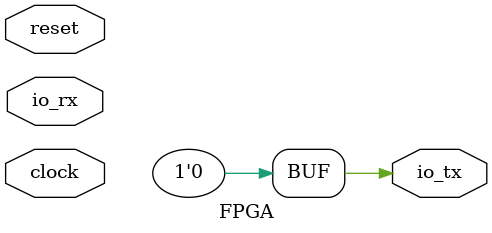
<source format=sv>
`ifndef RANDOMIZE
  `ifdef RANDOMIZE_MEM_INIT
    `define RANDOMIZE
  `endif // RANDOMIZE_MEM_INIT
`endif // not def RANDOMIZE
`ifndef RANDOMIZE
  `ifdef RANDOMIZE_REG_INIT
    `define RANDOMIZE
  `endif // RANDOMIZE_REG_INIT
`endif // not def RANDOMIZE

`ifndef RANDOM
  `define RANDOM $random
`endif // not def RANDOM

// Users can define INIT_RANDOM as general code that gets injected into the
// initializer block for modules with registers.
`ifndef INIT_RANDOM
  `define INIT_RANDOM
`endif // not def INIT_RANDOM

// If using random initialization, you can also define RANDOMIZE_DELAY to
// customize the delay used, otherwise 0.002 is used.
`ifndef RANDOMIZE_DELAY
  `define RANDOMIZE_DELAY 0.002
`endif // not def RANDOMIZE_DELAY

// Define INIT_RANDOM_PROLOG_ for use in our modules below.
`ifndef INIT_RANDOM_PROLOG_
  `ifdef RANDOMIZE
    `ifdef VERILATOR
      `define INIT_RANDOM_PROLOG_ `INIT_RANDOM
    `else  // VERILATOR
      `define INIT_RANDOM_PROLOG_ `INIT_RANDOM #`RANDOMIZE_DELAY begin end
    `endif // VERILATOR
  `else  // RANDOMIZE
    `define INIT_RANDOM_PROLOG_
  `endif // RANDOMIZE
`endif // not def INIT_RANDOM_PROLOG_

// Include register initializers in init blocks unless synthesis is set
`ifndef SYNTHESIS
  `ifndef ENABLE_INITIAL_REG_
    `define ENABLE_INITIAL_REG_
  `endif // not def ENABLE_INITIAL_REG_
`endif // not def SYNTHESIS

// Include rmemory initializers in init blocks unless synthesis is set
`ifndef SYNTHESIS
  `ifndef ENABLE_INITIAL_MEM_
    `define ENABLE_INITIAL_MEM_
  `endif // not def ENABLE_INITIAL_MEM_
`endif // not def SYNTHESIS

// Standard header to adapt well known macros for prints and assertions.

// Users can define 'PRINTF_COND' to add an extra gate to prints.
`ifndef PRINTF_COND_
  `ifdef PRINTF_COND
    `define PRINTF_COND_ (`PRINTF_COND)
  `else  // PRINTF_COND
    `define PRINTF_COND_ 1
  `endif // PRINTF_COND
`endif // not def PRINTF_COND_

// Users can define 'ASSERT_VERBOSE_COND' to add an extra gate to assert error printing.
`ifndef ASSERT_VERBOSE_COND_
  `ifdef ASSERT_VERBOSE_COND
    `define ASSERT_VERBOSE_COND_ (`ASSERT_VERBOSE_COND)
  `else  // ASSERT_VERBOSE_COND
    `define ASSERT_VERBOSE_COND_ 1
  `endif // ASSERT_VERBOSE_COND
`endif // not def ASSERT_VERBOSE_COND_

// Users can define 'STOP_COND' to add an extra gate to stop conditions.
`ifndef STOP_COND_
  `ifdef STOP_COND
    `define STOP_COND_ (`STOP_COND)
  `else  // STOP_COND
    `define STOP_COND_ 1
  `endif // STOP_COND
`endif // not def STOP_COND_

module FPGA(	// @[src/main/scala/npc/FPGA.scala:101:7]
  input  clock,	// @[src/main/scala/npc/FPGA.scala:101:7]
         reset,	// @[src/main/scala/npc/FPGA.scala:101:7]
         io_rx,	// @[src/main/scala/npc/FPGA.scala:104:19]
  output io_tx	// @[src/main/scala/npc/FPGA.scala:104:19]
);

  wire        _uart_io_awready;	// @[src/main/scala/npc/FPGA.scala:109:24]
  wire        _uart_io_wready;	// @[src/main/scala/npc/FPGA.scala:109:24]
  wire        _uart_io_bvalid;	// @[src/main/scala/npc/FPGA.scala:109:24]
  wire [1:0]  _uart_io_bresp;	// @[src/main/scala/npc/FPGA.scala:109:24]
  wire        _uart_io_arready;	// @[src/main/scala/npc/FPGA.scala:109:24]
  wire        _uart_io_rvalid;	// @[src/main/scala/npc/FPGA.scala:109:24]
  wire        _bram_io_awready;	// @[src/main/scala/npc/FPGA.scala:108:24]
  wire        _bram_io_wready;	// @[src/main/scala/npc/FPGA.scala:108:24]
  wire        _bram_io_bvalid;	// @[src/main/scala/npc/FPGA.scala:108:24]
  wire        _bram_io_arready;	// @[src/main/scala/npc/FPGA.scala:108:24]
  wire        _bram_io_rvalid;	// @[src/main/scala/npc/FPGA.scala:108:24]
  wire [31:0] _bram_io_rdata;	// @[src/main/scala/npc/FPGA.scala:108:24]
  wire        _bram_io_rlast;	// @[src/main/scala/npc/FPGA.scala:108:24]
  wire        _clint_io_awready;	// @[src/main/scala/npc/FPGA.scala:106:23]
  wire        _clint_io_wready;	// @[src/main/scala/npc/FPGA.scala:106:23]
  wire        _clint_io_bvalid;	// @[src/main/scala/npc/FPGA.scala:106:23]
  wire        _clint_io_arready;	// @[src/main/scala/npc/FPGA.scala:106:23]
  wire        _clint_io_rvalid;	// @[src/main/scala/npc/FPGA.scala:106:23]
  wire [1:0]  _clint_io_rresp;	// @[src/main/scala/npc/FPGA.scala:106:23]
  wire [31:0] _clint_io_rdata;	// @[src/main/scala/npc/FPGA.scala:106:23]
  wire        _clint_io_rlast;	// @[src/main/scala/npc/FPGA.scala:106:23]
  wire        _rvcpu_io_master_awvalid;	// @[src/main/scala/npc/FPGA.scala:105:23]
  wire [31:0] _rvcpu_io_master_awaddr;	// @[src/main/scala/npc/FPGA.scala:105:23]
  wire        _rvcpu_io_master_wvalid;	// @[src/main/scala/npc/FPGA.scala:105:23]
  wire [31:0] _rvcpu_io_master_wdata;	// @[src/main/scala/npc/FPGA.scala:105:23]
  wire [3:0]  _rvcpu_io_master_wstrb;	// @[src/main/scala/npc/FPGA.scala:105:23]
  wire        _rvcpu_io_master_bready;	// @[src/main/scala/npc/FPGA.scala:105:23]
  wire        _rvcpu_io_master_arvalid;	// @[src/main/scala/npc/FPGA.scala:105:23]
  wire [31:0] _rvcpu_io_master_araddr;	// @[src/main/scala/npc/FPGA.scala:105:23]
  wire        _rvcpu_io_master_rready;	// @[src/main/scala/npc/FPGA.scala:105:23]
  wire [7:0]  _rvcpu_io_master_arlen;	// @[src/main/scala/npc/FPGA.scala:105:23]
  wire        _pll_io_locked;	// @[src/main/scala/npc/FPGA.scala:102:19]
  wire        _pll_io_clk;	// @[src/main/scala/npc/FPGA.scala:102:19]
  wire        _GEN = ~_pll_io_locked | reset;	// @[src/main/scala/npc/FPGA.scala:102:19, :103:{33,48}]
  reg         writeState;	// @[src/main/scala/npc/axi4/AXI4.scala:384:30]
  reg         readState;	// @[src/main/scala/npc/axi4/AXI4.scala:388:30]
  reg  [1:0]  writeOutSelect;	// @[src/main/scala/npc/axi4/AXI4.scala:432:35]
  reg  [1:0]  readOutSelect;	// @[src/main/scala/npc/axi4/AXI4.scala:435:34]
  wire        _GEN_0 = writeOutSelect == 2'h0 & writeState;	// @[src/main/scala/npc/FPGA.scala:105:23, :108:24, src/main/scala/npc/axi4/AXI4.scala:384:30, :432:35, :460:{57,65}]
  wire        _GEN_1 = readOutSelect == 2'h0 & readState;	// @[src/main/scala/npc/FPGA.scala:105:23, :108:24, src/main/scala/npc/axi4/AXI4.scala:388:30, :435:34, :482:{55,63}]
  wire        _GEN_2 = writeOutSelect == 2'h1 & writeState;	// @[src/main/scala/npc/axi4/AXI4.scala:384:30, :432:35, :460:{57,65}]
  wire        _GEN_3 = readOutSelect == 2'h1 & readState;	// @[src/main/scala/npc/axi4/AXI4.scala:388:30, :435:34, :460:57, :482:{55,63}]
  wire        _GEN_4 = writeOutSelect == 2'h2 & writeState;	// @[src/main/scala/npc/FPGA.scala:106:23, :109:24, src/main/scala/npc/axi4/AXI4.scala:384:30, :432:35, :460:{57,65}]
  wire        _GEN_5 =
    _GEN_4 ? _bram_io_bvalid : _GEN_2 ? _uart_io_bvalid : _GEN_0 & _clint_io_bvalid;	// @[src/main/scala/npc/FPGA.scala:106:23, :108:24, :109:24, src/main/scala/npc/axi4/AXI4.scala:452:16, :460:{65,81}, :478:29]
  wire        _GEN_6 = readOutSelect == 2'h2 & readState;	// @[src/main/scala/npc/FPGA.scala:106:23, :109:24, src/main/scala/npc/axi4/AXI4.scala:388:30, :435:34, :482:{55,63}]
  wire        _GEN_7 =
    _GEN_6 ? _bram_io_rvalid : _GEN_3 ? _uart_io_rvalid : _GEN_1 & _clint_io_rvalid;	// @[src/main/scala/npc/FPGA.scala:106:23, :108:24, :109:24, src/main/scala/npc/axi4/AXI4.scala:452:16, :482:{63,79}, :495:29]
  wire        rlast = _GEN_6 ? _bram_io_rlast : _GEN_3 | _GEN_1 & _clint_io_rlast;	// @[src/main/scala/npc/FPGA.scala:106:23, :108:24, src/main/scala/npc/axi4/AXI4.scala:452:16, :482:{63,79}, :498:29]
  always @(posedge _pll_io_clk) begin	// @[src/main/scala/npc/FPGA.scala:102:19]
    if (_GEN) begin	// @[src/main/scala/npc/FPGA.scala:102:19, :103:48]
      writeState <= 1'h0;	// @[src/main/scala/npc/FPGA.scala:101:7, src/main/scala/npc/axi4/AXI4.scala:384:30]
      readState <= 1'h0;	// @[src/main/scala/npc/FPGA.scala:101:7, src/main/scala/npc/axi4/AXI4.scala:388:30]
    end
    else begin	// @[src/main/scala/npc/FPGA.scala:102:19]
      if (writeState)	// @[src/main/scala/npc/axi4/AXI4.scala:384:30]
        writeState <= ~(_GEN_5 & _rvcpu_io_master_bready);	// @[src/main/scala/npc/FPGA.scala:103:33, :105:23, src/main/scala/npc/axi4/AXI4.scala:384:30, :386:34, :407:46, :440:26, :460:81, :478:29]
      else	// @[src/main/scala/npc/axi4/AXI4.scala:384:30]
        writeState <= _rvcpu_io_master_awvalid;	// @[src/main/scala/npc/FPGA.scala:105:23, src/main/scala/npc/axi4/AXI4.scala:384:30]
      if (readState)	// @[src/main/scala/npc/axi4/AXI4.scala:388:30]
        readState <= ~(_GEN_7 & _rvcpu_io_master_rready & rlast);	// @[src/main/scala/npc/FPGA.scala:103:33, :105:23, src/main/scala/npc/axi4/AXI4.scala:386:34, :388:30, :447:{26,33}, :482:79, :495:29, :498:29]
      else	// @[src/main/scala/npc/axi4/AXI4.scala:388:30]
        readState <= _rvcpu_io_master_arvalid;	// @[src/main/scala/npc/FPGA.scala:105:23, src/main/scala/npc/axi4/AXI4.scala:388:30]
    end
    if (writeState) begin	// @[src/main/scala/npc/axi4/AXI4.scala:384:30]
    end
    else	// @[src/main/scala/npc/axi4/AXI4.scala:384:30]
      writeOutSelect <=
        {_rvcpu_io_master_awaddr > 32'hEFFFFFF & _rvcpu_io_master_awaddr < 32'hF100000,
         (|(_rvcpu_io_master_awaddr[31:28])) & _rvcpu_io_master_awaddr < 32'h10001000};	// @[src/main/scala/chisel3/util/Mux.scala:30:73, src/main/scala/npc/FPGA.scala:105:23, src/main/scala/npc/axi4/AXI4.scala:432:35, src/main/scala/npc/dev/Dev.scala:8:{10,19,27}]
    if (readState) begin	// @[src/main/scala/npc/axi4/AXI4.scala:388:30]
    end
    else	// @[src/main/scala/npc/axi4/AXI4.scala:388:30]
      readOutSelect <=
        {_rvcpu_io_master_araddr > 32'hEFFFFFF & _rvcpu_io_master_araddr < 32'hF100000,
         (|(_rvcpu_io_master_araddr[31:28])) & _rvcpu_io_master_araddr < 32'h10001000};	// @[src/main/scala/chisel3/util/Mux.scala:30:73, src/main/scala/npc/FPGA.scala:105:23, src/main/scala/npc/axi4/AXI4.scala:435:34, src/main/scala/npc/dev/Dev.scala:8:{10,19,27}]
  end // always @(posedge)
  `ifdef ENABLE_INITIAL_REG_	// @[src/main/scala/npc/FPGA.scala:101:7]
    `ifdef FIRRTL_BEFORE_INITIAL	// @[src/main/scala/npc/FPGA.scala:101:7]
      `FIRRTL_BEFORE_INITIAL	// @[src/main/scala/npc/FPGA.scala:101:7]
    `endif // FIRRTL_BEFORE_INITIAL
    logic [31:0] _RANDOM[0:0];	// @[src/main/scala/npc/FPGA.scala:101:7]
    initial begin	// @[src/main/scala/npc/FPGA.scala:101:7]
      `ifdef INIT_RANDOM_PROLOG_	// @[src/main/scala/npc/FPGA.scala:101:7]
        `INIT_RANDOM_PROLOG_	// @[src/main/scala/npc/FPGA.scala:101:7]
      `endif // INIT_RANDOM_PROLOG_
      `ifdef RANDOMIZE_REG_INIT	// @[src/main/scala/npc/FPGA.scala:101:7]
        _RANDOM[/*Zero width*/ 1'b0] = `RANDOM;	// @[src/main/scala/npc/FPGA.scala:101:7]
        writeState = _RANDOM[/*Zero width*/ 1'b0][0];	// @[src/main/scala/npc/FPGA.scala:101:7, src/main/scala/npc/axi4/AXI4.scala:384:30]
        readState = _RANDOM[/*Zero width*/ 1'b0][1];	// @[src/main/scala/npc/FPGA.scala:101:7, src/main/scala/npc/axi4/AXI4.scala:384:30, :388:30]
        writeOutSelect = _RANDOM[/*Zero width*/ 1'b0][5:4];	// @[src/main/scala/npc/FPGA.scala:101:7, src/main/scala/npc/axi4/AXI4.scala:384:30, :432:35]
        readOutSelect = _RANDOM[/*Zero width*/ 1'b0][7:6];	// @[src/main/scala/npc/FPGA.scala:101:7, src/main/scala/npc/axi4/AXI4.scala:384:30, :435:34]
      `endif // RANDOMIZE_REG_INIT
    end // initial
    `ifdef FIRRTL_AFTER_INITIAL	// @[src/main/scala/npc/FPGA.scala:101:7]
      `FIRRTL_AFTER_INITIAL	// @[src/main/scala/npc/FPGA.scala:101:7]
    `endif // FIRRTL_AFTER_INITIAL
  `endif // ENABLE_INITIAL_REG_
  PLL_IP pll (	// @[src/main/scala/npc/FPGA.scala:102:19]
    .clock     (clock),
    .reset     (reset),
    .io_locked (_pll_io_locked),
    .io_clk    (_pll_io_clk)
  );
  FPGA_RVCPU rvcpu (	// @[src/main/scala/npc/FPGA.scala:105:23]
    .clock             (_pll_io_clk),	// @[src/main/scala/npc/FPGA.scala:102:19]
    .reset             (_GEN),	// @[src/main/scala/npc/FPGA.scala:103:48]
    .io_master_awready
      (_GEN_4
         ? _bram_io_awready
         : _GEN_2 ? _uart_io_awready : _GEN_0 & _clint_io_awready),	// @[src/main/scala/npc/FPGA.scala:106:23, :108:24, :109:24, src/main/scala/npc/axi4/AXI4.scala:452:16, :460:{65,81}, :461:29]
    .io_master_awvalid (_rvcpu_io_master_awvalid),
    .io_master_awaddr  (_rvcpu_io_master_awaddr),
    .io_master_wready
      (_GEN_4 ? _bram_io_wready : _GEN_2 ? _uart_io_wready : _GEN_0 & _clint_io_wready),	// @[src/main/scala/npc/FPGA.scala:106:23, :108:24, :109:24, src/main/scala/npc/axi4/AXI4.scala:452:16, :460:{65,81}, :472:29]
    .io_master_wvalid  (_rvcpu_io_master_wvalid),
    .io_master_wdata   (_rvcpu_io_master_wdata),
    .io_master_wstrb   (_rvcpu_io_master_wstrb),
    .io_master_bready  (_rvcpu_io_master_bready),
    .io_master_bvalid  (_GEN_5),	// @[src/main/scala/npc/axi4/AXI4.scala:460:81, :478:29]
    .io_master_bresp   (_GEN_4 ? 2'h0 : _GEN_2 ? _uart_io_bresp : {_GEN_0, 1'h0}),	// @[src/main/scala/npc/FPGA.scala:101:7, :105:23, :108:24, :109:24, src/main/scala/npc/axi4/AXI4.scala:452:16, :460:{65,81}, :479:29]
    .io_master_arready
      (_GEN_6
         ? _bram_io_arready
         : _GEN_3 ? _uart_io_arready : _GEN_1 & _clint_io_arready),	// @[src/main/scala/npc/FPGA.scala:106:23, :108:24, :109:24, src/main/scala/npc/axi4/AXI4.scala:452:16, :482:{63,79}, :483:29]
    .io_master_arvalid (_rvcpu_io_master_arvalid),
    .io_master_araddr  (_rvcpu_io_master_araddr),
    .io_master_rready  (_rvcpu_io_master_rready),
    .io_master_rvalid  (_GEN_7),	// @[src/main/scala/npc/axi4/AXI4.scala:482:79, :495:29]
    .io_master_rresp   (_GEN_6 ? 2'h0 : _GEN_3 ? 2'h2 : _GEN_1 ? _clint_io_rresp : 2'h0),	// @[src/main/scala/npc/FPGA.scala:105:23, :106:23, :108:24, :109:24, src/main/scala/npc/axi4/AXI4.scala:452:16, :482:{63,79}, :496:29]
    .io_master_rdata
      (_GEN_6 ? _bram_io_rdata : _GEN_3 | ~_GEN_1 ? 32'h0 : _clint_io_rdata),	// @[src/main/scala/npc/FPGA.scala:105:23, :106:23, :108:24, :109:24, src/main/scala/npc/axi4/AXI4.scala:482:{63,79}, :497:29]
    .io_master_arlen   (_rvcpu_io_master_arlen),
    .io_master_rlast   (rlast)	// @[src/main/scala/npc/axi4/AXI4.scala:482:79, :498:29]
  );
  CLINT clint (	// @[src/main/scala/npc/FPGA.scala:106:23]
    .clock      (_pll_io_clk),	// @[src/main/scala/npc/FPGA.scala:102:19]
    .reset      (_GEN),	// @[src/main/scala/npc/FPGA.scala:103:48]
    .io_awready (_clint_io_awready),
    .io_awvalid (_GEN_0 & _rvcpu_io_master_awvalid),	// @[src/main/scala/npc/FPGA.scala:105:23, src/main/scala/npc/axi4/AXI4.scala:455:17, :460:{65,81}, :462:29]
    .io_wready  (_clint_io_wready),
    .io_wvalid  (_GEN_0 & _rvcpu_io_master_wvalid),	// @[src/main/scala/npc/FPGA.scala:105:23, src/main/scala/npc/axi4/AXI4.scala:455:17, :460:{65,81}, :473:29]
    .io_bready  (_GEN_0 & _rvcpu_io_master_bready),	// @[src/main/scala/npc/FPGA.scala:105:23, src/main/scala/npc/axi4/AXI4.scala:455:17, :460:{65,81}, :477:29]
    .io_bvalid  (_clint_io_bvalid),
    .io_arready (_clint_io_arready),
    .io_arvalid (_GEN_1 & _rvcpu_io_master_arvalid),	// @[src/main/scala/npc/FPGA.scala:105:23, src/main/scala/npc/axi4/AXI4.scala:455:17, :482:{63,79}, :484:29]
    .io_araddr  (_GEN_1 ? _rvcpu_io_master_araddr - 32'h2000000 : 32'h0),	// @[src/main/scala/npc/FPGA.scala:105:23, :109:24, src/main/scala/npc/axi4/AXI4.scala:455:17, :482:{63,79}, :486:{30,49}]
    .io_rready  (_GEN_1 & _rvcpu_io_master_rready),	// @[src/main/scala/npc/FPGA.scala:105:23, src/main/scala/npc/axi4/AXI4.scala:455:17, :482:{63,79}, :494:29]
    .io_rvalid  (_clint_io_rvalid),
    .io_rresp   (_clint_io_rresp),
    .io_rdata   (_clint_io_rdata),
    .io_rlast   (_clint_io_rlast)
  );
  AXI4Mem bram (	// @[src/main/scala/npc/FPGA.scala:108:24]
    .clock      (_pll_io_clk),	// @[src/main/scala/npc/FPGA.scala:102:19]
    .reset      (_GEN),	// @[src/main/scala/npc/FPGA.scala:103:48]
    .io_awready (_bram_io_awready),
    .io_awvalid (_GEN_4 & _rvcpu_io_master_awvalid),	// @[src/main/scala/npc/FPGA.scala:105:23, src/main/scala/npc/axi4/AXI4.scala:455:17, :460:{65,81}, :462:29]
    .io_awaddr  (_GEN_4 ? _rvcpu_io_master_awaddr - 32'hF000000 : 32'h0),	// @[src/main/scala/npc/FPGA.scala:105:23, :109:24, src/main/scala/npc/axi4/AXI4.scala:455:17, :460:{65,81}, :464:{31,50}]
    .io_wready  (_bram_io_wready),
    .io_wvalid  (_GEN_4 & _rvcpu_io_master_wvalid),	// @[src/main/scala/npc/FPGA.scala:105:23, src/main/scala/npc/axi4/AXI4.scala:455:17, :460:{65,81}, :473:29]
    .io_wdata   (_GEN_4 ? _rvcpu_io_master_wdata : 32'h0),	// @[src/main/scala/npc/FPGA.scala:105:23, :109:24, src/main/scala/npc/axi4/AXI4.scala:455:17, :460:{65,81}, :474:29]
    .io_wstrb   (_GEN_4 ? _rvcpu_io_master_wstrb : 4'h0),	// @[src/main/scala/npc/FPGA.scala:105:23, src/main/scala/npc/axi4/AXI4.scala:83:17, :455:17, :460:{65,81}, :475:29]
    .io_bready  (_GEN_4 & _rvcpu_io_master_bready),	// @[src/main/scala/npc/FPGA.scala:105:23, src/main/scala/npc/axi4/AXI4.scala:455:17, :460:{65,81}, :477:29]
    .io_bvalid  (_bram_io_bvalid),
    .io_arready (_bram_io_arready),
    .io_arvalid (_GEN_6 & _rvcpu_io_master_arvalid),	// @[src/main/scala/npc/FPGA.scala:105:23, src/main/scala/npc/axi4/AXI4.scala:455:17, :482:{63,79}, :484:29]
    .io_araddr  (_GEN_6 ? _rvcpu_io_master_araddr - 32'hF000000 : 32'h0),	// @[src/main/scala/npc/FPGA.scala:105:23, :109:24, src/main/scala/npc/axi4/AXI4.scala:455:17, :482:{63,79}, :486:{30,49}]
    .io_rready  (_GEN_6 & _rvcpu_io_master_rready),	// @[src/main/scala/npc/FPGA.scala:105:23, src/main/scala/npc/axi4/AXI4.scala:455:17, :482:{63,79}, :494:29]
    .io_rvalid  (_bram_io_rvalid),
    .io_rdata   (_bram_io_rdata),
    .io_arlen   (_GEN_6 ? _rvcpu_io_master_arlen : 8'h0),	// @[src/main/scala/npc/FPGA.scala:105:23, src/main/scala/npc/axi4/AXI4.scala:70:18, :455:17, :482:{63,79}, :491:29]
    .io_rlast   (_bram_io_rlast)
  );
  Uart uart (	// @[src/main/scala/npc/FPGA.scala:109:24]
    .clock      (_pll_io_clk),	// @[src/main/scala/npc/FPGA.scala:102:19]
    .reset      (_GEN),	// @[src/main/scala/npc/FPGA.scala:103:48]
    .io_awready (_uart_io_awready),
    .io_awvalid (_GEN_2 & _rvcpu_io_master_awvalid),	// @[src/main/scala/npc/FPGA.scala:105:23, src/main/scala/npc/axi4/AXI4.scala:455:17, :460:{65,81}, :462:29]
    .io_awaddr  (_GEN_2 ? _rvcpu_io_master_awaddr - 32'h10000000 : 32'h0),	// @[src/main/scala/npc/FPGA.scala:105:23, :109:24, src/main/scala/npc/axi4/AXI4.scala:455:17, :460:{65,81}, :464:{31,50}]
    .io_wready  (_uart_io_wready),
    .io_wvalid  (_GEN_2 & _rvcpu_io_master_wvalid),	// @[src/main/scala/npc/FPGA.scala:105:23, src/main/scala/npc/axi4/AXI4.scala:455:17, :460:{65,81}, :473:29]
    .io_wdata   (_GEN_2 ? _rvcpu_io_master_wdata : 32'h0),	// @[src/main/scala/npc/FPGA.scala:105:23, :109:24, src/main/scala/npc/axi4/AXI4.scala:455:17, :460:{65,81}, :474:29]
    .io_wstrb   (_GEN_2 ? _rvcpu_io_master_wstrb : 4'h0),	// @[src/main/scala/npc/FPGA.scala:105:23, src/main/scala/npc/axi4/AXI4.scala:83:17, :455:17, :460:{65,81}, :475:29]
    .io_bready  (_GEN_2 & _rvcpu_io_master_bready),	// @[src/main/scala/npc/FPGA.scala:105:23, src/main/scala/npc/axi4/AXI4.scala:455:17, :460:{65,81}, :477:29]
    .io_bvalid  (_uart_io_bvalid),
    .io_bresp   (_uart_io_bresp),
    .io_arready (_uart_io_arready),
    .io_arvalid (_GEN_3 & _rvcpu_io_master_arvalid),	// @[src/main/scala/npc/FPGA.scala:105:23, src/main/scala/npc/axi4/AXI4.scala:455:17, :482:{63,79}, :484:29]
    .io_araddr  (_GEN_3 ? _rvcpu_io_master_araddr - 32'h10000000 : 32'h0),	// @[src/main/scala/npc/FPGA.scala:105:23, :109:24, src/main/scala/npc/axi4/AXI4.scala:455:17, :482:{63,79}, :486:{30,49}]
    .io_rready  (_GEN_3 & _rvcpu_io_master_rready),	// @[src/main/scala/npc/FPGA.scala:105:23, src/main/scala/npc/axi4/AXI4.scala:455:17, :482:{63,79}, :494:29]
    .io_rvalid  (_uart_io_rvalid)
  );
  assign io_tx = 1'h0;	// @[src/main/scala/npc/FPGA.scala:101:7]
endmodule


</source>
